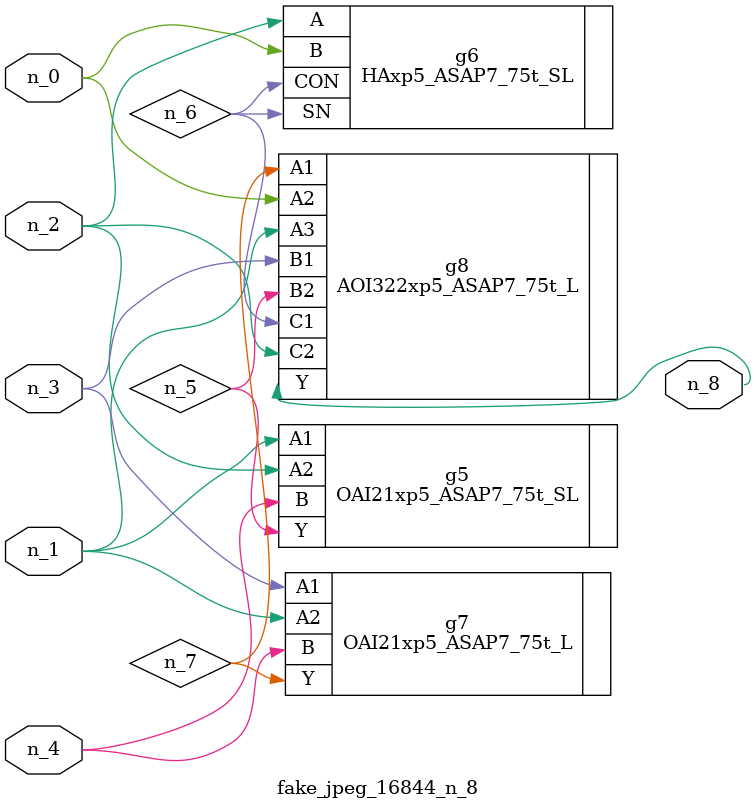
<source format=v>
module fake_jpeg_16844_n_8 (n_3, n_2, n_1, n_0, n_4, n_8);

input n_3;
input n_2;
input n_1;
input n_0;
input n_4;

output n_8;

wire n_6;
wire n_5;
wire n_7;

OAI21xp5_ASAP7_75t_SL g5 ( 
.A1(n_1),
.A2(n_2),
.B(n_4),
.Y(n_5)
);

HAxp5_ASAP7_75t_SL g6 ( 
.A(n_2),
.B(n_0),
.CON(n_6),
.SN(n_6)
);

OAI21xp5_ASAP7_75t_L g7 ( 
.A1(n_3),
.A2(n_1),
.B(n_4),
.Y(n_7)
);

AOI322xp5_ASAP7_75t_L g8 ( 
.A1(n_7),
.A2(n_0),
.A3(n_1),
.B1(n_3),
.B2(n_5),
.C1(n_6),
.C2(n_2),
.Y(n_8)
);


endmodule
</source>
